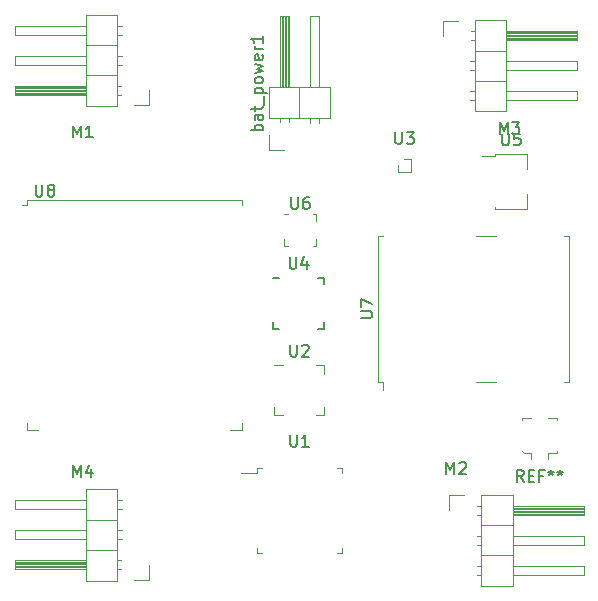
<source format=gbr>
%TF.GenerationSoftware,KiCad,Pcbnew,6.0.4*%
%TF.CreationDate,2022-04-20T20:25:44+02:00*%
%TF.ProjectId,main_pcb,6d61696e-5f70-4636-922e-6b696361645f,rev?*%
%TF.SameCoordinates,Original*%
%TF.FileFunction,Legend,Top*%
%TF.FilePolarity,Positive*%
%FSLAX46Y46*%
G04 Gerber Fmt 4.6, Leading zero omitted, Abs format (unit mm)*
G04 Created by KiCad (PCBNEW 6.0.4) date 2022-04-20 20:25:44*
%MOMM*%
%LPD*%
G01*
G04 APERTURE LIST*
%ADD10C,0.150000*%
%ADD11C,0.120000*%
G04 APERTURE END LIST*
D10*
%TO.C,bat_power1*%
X123912380Y-36421190D02*
X122912380Y-36421190D01*
X123293333Y-36421190D02*
X123245714Y-36325952D01*
X123245714Y-36135476D01*
X123293333Y-36040238D01*
X123340952Y-35992619D01*
X123436190Y-35945000D01*
X123721904Y-35945000D01*
X123817142Y-35992619D01*
X123864761Y-36040238D01*
X123912380Y-36135476D01*
X123912380Y-36325952D01*
X123864761Y-36421190D01*
X123912380Y-35087857D02*
X123388571Y-35087857D01*
X123293333Y-35135476D01*
X123245714Y-35230714D01*
X123245714Y-35421190D01*
X123293333Y-35516428D01*
X123864761Y-35087857D02*
X123912380Y-35183095D01*
X123912380Y-35421190D01*
X123864761Y-35516428D01*
X123769523Y-35564047D01*
X123674285Y-35564047D01*
X123579047Y-35516428D01*
X123531428Y-35421190D01*
X123531428Y-35183095D01*
X123483809Y-35087857D01*
X123245714Y-34754523D02*
X123245714Y-34373571D01*
X122912380Y-34611666D02*
X123769523Y-34611666D01*
X123864761Y-34564047D01*
X123912380Y-34468809D01*
X123912380Y-34373571D01*
X124007619Y-34278333D02*
X124007619Y-33516428D01*
X123245714Y-33278333D02*
X124245714Y-33278333D01*
X123293333Y-33278333D02*
X123245714Y-33183095D01*
X123245714Y-32992619D01*
X123293333Y-32897380D01*
X123340952Y-32849761D01*
X123436190Y-32802142D01*
X123721904Y-32802142D01*
X123817142Y-32849761D01*
X123864761Y-32897380D01*
X123912380Y-32992619D01*
X123912380Y-33183095D01*
X123864761Y-33278333D01*
X123912380Y-32230714D02*
X123864761Y-32325952D01*
X123817142Y-32373571D01*
X123721904Y-32421190D01*
X123436190Y-32421190D01*
X123340952Y-32373571D01*
X123293333Y-32325952D01*
X123245714Y-32230714D01*
X123245714Y-32087857D01*
X123293333Y-31992619D01*
X123340952Y-31945000D01*
X123436190Y-31897380D01*
X123721904Y-31897380D01*
X123817142Y-31945000D01*
X123864761Y-31992619D01*
X123912380Y-32087857D01*
X123912380Y-32230714D01*
X123245714Y-31564047D02*
X123912380Y-31373571D01*
X123436190Y-31183095D01*
X123912380Y-30992619D01*
X123245714Y-30802142D01*
X123864761Y-30040238D02*
X123912380Y-30135476D01*
X123912380Y-30325952D01*
X123864761Y-30421190D01*
X123769523Y-30468809D01*
X123388571Y-30468809D01*
X123293333Y-30421190D01*
X123245714Y-30325952D01*
X123245714Y-30135476D01*
X123293333Y-30040238D01*
X123388571Y-29992619D01*
X123483809Y-29992619D01*
X123579047Y-30468809D01*
X123912380Y-29564047D02*
X123245714Y-29564047D01*
X123436190Y-29564047D02*
X123340952Y-29516428D01*
X123293333Y-29468809D01*
X123245714Y-29373571D01*
X123245714Y-29278333D01*
X123912380Y-28421190D02*
X123912380Y-28992619D01*
X123912380Y-28706904D02*
X122912380Y-28706904D01*
X123055238Y-28802142D01*
X123150476Y-28897380D01*
X123198095Y-28992619D01*
%TO.C,U2*%
X126238095Y-54572380D02*
X126238095Y-55381904D01*
X126285714Y-55477142D01*
X126333333Y-55524761D01*
X126428571Y-55572380D01*
X126619047Y-55572380D01*
X126714285Y-55524761D01*
X126761904Y-55477142D01*
X126809523Y-55381904D01*
X126809523Y-54572380D01*
X127238095Y-54667619D02*
X127285714Y-54620000D01*
X127380952Y-54572380D01*
X127619047Y-54572380D01*
X127714285Y-54620000D01*
X127761904Y-54667619D01*
X127809523Y-54762857D01*
X127809523Y-54858095D01*
X127761904Y-55000952D01*
X127190476Y-55572380D01*
X127809523Y-55572380D01*
%TO.C,M4*%
X107835476Y-65762380D02*
X107835476Y-64762380D01*
X108168809Y-65476666D01*
X108502142Y-64762380D01*
X108502142Y-65762380D01*
X109406904Y-65095714D02*
X109406904Y-65762380D01*
X109168809Y-64714761D02*
X108930714Y-65429047D01*
X109549761Y-65429047D01*
%TO.C,M3*%
X143975476Y-36742380D02*
X143975476Y-35742380D01*
X144308809Y-36456666D01*
X144642142Y-35742380D01*
X144642142Y-36742380D01*
X145023095Y-35742380D02*
X145642142Y-35742380D01*
X145308809Y-36123333D01*
X145451666Y-36123333D01*
X145546904Y-36170952D01*
X145594523Y-36218571D01*
X145642142Y-36313809D01*
X145642142Y-36551904D01*
X145594523Y-36647142D01*
X145546904Y-36694761D01*
X145451666Y-36742380D01*
X145165952Y-36742380D01*
X145070714Y-36694761D01*
X145023095Y-36647142D01*
%TO.C,M2*%
X139465476Y-65492380D02*
X139465476Y-64492380D01*
X139798809Y-65206666D01*
X140132142Y-64492380D01*
X140132142Y-65492380D01*
X140560714Y-64587619D02*
X140608333Y-64540000D01*
X140703571Y-64492380D01*
X140941666Y-64492380D01*
X141036904Y-64540000D01*
X141084523Y-64587619D01*
X141132142Y-64682857D01*
X141132142Y-64778095D01*
X141084523Y-64920952D01*
X140513095Y-65492380D01*
X141132142Y-65492380D01*
%TO.C,M1*%
X107835476Y-37012380D02*
X107835476Y-36012380D01*
X108168809Y-36726666D01*
X108502142Y-36012380D01*
X108502142Y-37012380D01*
X109502142Y-37012380D02*
X108930714Y-37012380D01*
X109216428Y-37012380D02*
X109216428Y-36012380D01*
X109121190Y-36155238D01*
X109025952Y-36250476D01*
X108930714Y-36298095D01*
%TO.C,U8*%
X104688095Y-41022380D02*
X104688095Y-41831904D01*
X104735714Y-41927142D01*
X104783333Y-41974761D01*
X104878571Y-42022380D01*
X105069047Y-42022380D01*
X105164285Y-41974761D01*
X105211904Y-41927142D01*
X105259523Y-41831904D01*
X105259523Y-41022380D01*
X105878571Y-41450952D02*
X105783333Y-41403333D01*
X105735714Y-41355714D01*
X105688095Y-41260476D01*
X105688095Y-41212857D01*
X105735714Y-41117619D01*
X105783333Y-41070000D01*
X105878571Y-41022380D01*
X106069047Y-41022380D01*
X106164285Y-41070000D01*
X106211904Y-41117619D01*
X106259523Y-41212857D01*
X106259523Y-41260476D01*
X106211904Y-41355714D01*
X106164285Y-41403333D01*
X106069047Y-41450952D01*
X105878571Y-41450952D01*
X105783333Y-41498571D01*
X105735714Y-41546190D01*
X105688095Y-41641428D01*
X105688095Y-41831904D01*
X105735714Y-41927142D01*
X105783333Y-41974761D01*
X105878571Y-42022380D01*
X106069047Y-42022380D01*
X106164285Y-41974761D01*
X106211904Y-41927142D01*
X106259523Y-41831904D01*
X106259523Y-41641428D01*
X106211904Y-41546190D01*
X106164285Y-41498571D01*
X106069047Y-41450952D01*
%TO.C,U4*%
X126188095Y-47127380D02*
X126188095Y-47936904D01*
X126235714Y-48032142D01*
X126283333Y-48079761D01*
X126378571Y-48127380D01*
X126569047Y-48127380D01*
X126664285Y-48079761D01*
X126711904Y-48032142D01*
X126759523Y-47936904D01*
X126759523Y-47127380D01*
X127664285Y-47460714D02*
X127664285Y-48127380D01*
X127426190Y-47079761D02*
X127188095Y-47794047D01*
X127807142Y-47794047D01*
%TO.C,REF\u002A\u002A*%
X145986666Y-66182380D02*
X145653333Y-65706190D01*
X145415238Y-66182380D02*
X145415238Y-65182380D01*
X145796190Y-65182380D01*
X145891428Y-65230000D01*
X145939047Y-65277619D01*
X145986666Y-65372857D01*
X145986666Y-65515714D01*
X145939047Y-65610952D01*
X145891428Y-65658571D01*
X145796190Y-65706190D01*
X145415238Y-65706190D01*
X146415238Y-65658571D02*
X146748571Y-65658571D01*
X146891428Y-66182380D02*
X146415238Y-66182380D01*
X146415238Y-65182380D01*
X146891428Y-65182380D01*
X147653333Y-65658571D02*
X147320000Y-65658571D01*
X147320000Y-66182380D02*
X147320000Y-65182380D01*
X147796190Y-65182380D01*
X148320000Y-65182380D02*
X148320000Y-65420476D01*
X148081904Y-65325238D02*
X148320000Y-65420476D01*
X148558095Y-65325238D01*
X148177142Y-65610952D02*
X148320000Y-65420476D01*
X148462857Y-65610952D01*
X149081904Y-65182380D02*
X149081904Y-65420476D01*
X148843809Y-65325238D02*
X149081904Y-65420476D01*
X149320000Y-65325238D01*
X148939047Y-65610952D02*
X149081904Y-65420476D01*
X149224761Y-65610952D01*
%TO.C,U6*%
X126308095Y-42072380D02*
X126308095Y-42881904D01*
X126355714Y-42977142D01*
X126403333Y-43024761D01*
X126498571Y-43072380D01*
X126689047Y-43072380D01*
X126784285Y-43024761D01*
X126831904Y-42977142D01*
X126879523Y-42881904D01*
X126879523Y-42072380D01*
X127784285Y-42072380D02*
X127593809Y-42072380D01*
X127498571Y-42120000D01*
X127450952Y-42167619D01*
X127355714Y-42310476D01*
X127308095Y-42500952D01*
X127308095Y-42881904D01*
X127355714Y-42977142D01*
X127403333Y-43024761D01*
X127498571Y-43072380D01*
X127689047Y-43072380D01*
X127784285Y-43024761D01*
X127831904Y-42977142D01*
X127879523Y-42881904D01*
X127879523Y-42643809D01*
X127831904Y-42548571D01*
X127784285Y-42500952D01*
X127689047Y-42453333D01*
X127498571Y-42453333D01*
X127403333Y-42500952D01*
X127355714Y-42548571D01*
X127308095Y-42643809D01*
%TO.C,U1*%
X126238095Y-62182380D02*
X126238095Y-62991904D01*
X126285714Y-63087142D01*
X126333333Y-63134761D01*
X126428571Y-63182380D01*
X126619047Y-63182380D01*
X126714285Y-63134761D01*
X126761904Y-63087142D01*
X126809523Y-62991904D01*
X126809523Y-62182380D01*
X127809523Y-63182380D02*
X127238095Y-63182380D01*
X127523809Y-63182380D02*
X127523809Y-62182380D01*
X127428571Y-62325238D01*
X127333333Y-62420476D01*
X127238095Y-62468095D01*
%TO.C,U5*%
X144168095Y-36692380D02*
X144168095Y-37501904D01*
X144215714Y-37597142D01*
X144263333Y-37644761D01*
X144358571Y-37692380D01*
X144549047Y-37692380D01*
X144644285Y-37644761D01*
X144691904Y-37597142D01*
X144739523Y-37501904D01*
X144739523Y-36692380D01*
X145691904Y-36692380D02*
X145215714Y-36692380D01*
X145168095Y-37168571D01*
X145215714Y-37120952D01*
X145310952Y-37073333D01*
X145549047Y-37073333D01*
X145644285Y-37120952D01*
X145691904Y-37168571D01*
X145739523Y-37263809D01*
X145739523Y-37501904D01*
X145691904Y-37597142D01*
X145644285Y-37644761D01*
X145549047Y-37692380D01*
X145310952Y-37692380D01*
X145215714Y-37644761D01*
X145168095Y-37597142D01*
%TO.C,U7*%
X132192380Y-52301904D02*
X133001904Y-52301904D01*
X133097142Y-52254285D01*
X133144761Y-52206666D01*
X133192380Y-52111428D01*
X133192380Y-51920952D01*
X133144761Y-51825714D01*
X133097142Y-51778095D01*
X133001904Y-51730476D01*
X132192380Y-51730476D01*
X132192380Y-51349523D02*
X132192380Y-50682857D01*
X133192380Y-51111428D01*
%TO.C,U3*%
X135128095Y-36572380D02*
X135128095Y-37381904D01*
X135175714Y-37477142D01*
X135223333Y-37524761D01*
X135318571Y-37572380D01*
X135509047Y-37572380D01*
X135604285Y-37524761D01*
X135651904Y-37477142D01*
X135699523Y-37381904D01*
X135699523Y-36572380D01*
X136080476Y-36572380D02*
X136699523Y-36572380D01*
X136366190Y-36953333D01*
X136509047Y-36953333D01*
X136604285Y-37000952D01*
X136651904Y-37048571D01*
X136699523Y-37143809D01*
X136699523Y-37381904D01*
X136651904Y-37477142D01*
X136604285Y-37524761D01*
X136509047Y-37572380D01*
X136223333Y-37572380D01*
X136128095Y-37524761D01*
X136080476Y-37477142D01*
D11*
%TO.C,bat_power1*%
X125890000Y-32730000D02*
X125890000Y-26730000D01*
X128650000Y-26730000D02*
X128650000Y-32730000D01*
X124460000Y-38100000D02*
X124460000Y-36830000D01*
X125650000Y-32730000D02*
X125650000Y-26730000D01*
X125350000Y-32730000D02*
X125350000Y-26730000D01*
X126110000Y-26730000D02*
X126110000Y-32730000D01*
X124400000Y-32730000D02*
X124400000Y-35390000D01*
X124400000Y-35390000D02*
X129600000Y-35390000D01*
X125530000Y-32730000D02*
X125530000Y-26730000D01*
X125350000Y-26730000D02*
X126110000Y-26730000D01*
X126010000Y-32730000D02*
X126010000Y-26730000D01*
X125410000Y-32730000D02*
X125410000Y-26730000D01*
X125730000Y-38100000D02*
X124460000Y-38100000D01*
X127000000Y-35390000D02*
X127000000Y-32730000D01*
X125770000Y-32730000D02*
X125770000Y-26730000D01*
X129600000Y-35390000D02*
X129600000Y-32730000D01*
X126110000Y-35720000D02*
X126110000Y-35390000D01*
X129600000Y-32730000D02*
X124400000Y-32730000D01*
X127890000Y-32730000D02*
X127890000Y-26730000D01*
X128650000Y-35787071D02*
X128650000Y-35390000D01*
X125350000Y-35720000D02*
X125350000Y-35390000D01*
X127890000Y-26730000D02*
X128650000Y-26730000D01*
X127890000Y-35787071D02*
X127890000Y-35390000D01*
%TO.C,U2*%
X124890000Y-60530000D02*
X124890000Y-59805000D01*
X125615000Y-56310000D02*
X124890000Y-56310000D01*
X129110000Y-56310000D02*
X129110000Y-57035000D01*
X129110000Y-60530000D02*
X129110000Y-59805000D01*
X128385000Y-56310000D02*
X129110000Y-56310000D01*
X128385000Y-60530000D02*
X129110000Y-60530000D01*
X125615000Y-60530000D02*
X124890000Y-60530000D01*
%TO.C,M4*%
X111590000Y-66790000D02*
X108930000Y-66790000D01*
X111987071Y-70280000D02*
X111590000Y-70280000D01*
X108930000Y-73040000D02*
X102930000Y-73040000D01*
X111590000Y-71930000D02*
X108930000Y-71930000D01*
X102930000Y-72820000D02*
X108930000Y-72820000D01*
X114300000Y-74470000D02*
X113030000Y-74470000D01*
X102930000Y-67740000D02*
X108930000Y-67740000D01*
X108930000Y-73520000D02*
X102930000Y-73520000D01*
X111590000Y-69390000D02*
X108930000Y-69390000D01*
X108930000Y-73280000D02*
X102930000Y-73280000D01*
X111590000Y-74530000D02*
X111590000Y-66790000D01*
X111987071Y-67740000D02*
X111590000Y-67740000D01*
X114300000Y-73200000D02*
X114300000Y-74470000D01*
X108930000Y-72920000D02*
X102930000Y-72920000D01*
X111987071Y-71040000D02*
X111590000Y-71040000D01*
X102930000Y-68500000D02*
X102930000Y-67740000D01*
X108930000Y-74530000D02*
X111590000Y-74530000D01*
X102930000Y-73580000D02*
X102930000Y-72820000D01*
X108930000Y-68500000D02*
X102930000Y-68500000D01*
X108930000Y-71040000D02*
X102930000Y-71040000D01*
X111920000Y-72820000D02*
X111590000Y-72820000D01*
X102930000Y-71040000D02*
X102930000Y-70280000D01*
X108930000Y-66790000D02*
X108930000Y-74530000D01*
X108930000Y-73580000D02*
X102930000Y-73580000D01*
X108930000Y-73160000D02*
X102930000Y-73160000D01*
X111987071Y-68500000D02*
X111590000Y-68500000D01*
X102930000Y-70280000D02*
X108930000Y-70280000D01*
X111920000Y-73580000D02*
X111590000Y-73580000D01*
X108930000Y-73400000D02*
X102930000Y-73400000D01*
%TO.C,M3*%
X144500000Y-28200000D02*
X150500000Y-28200000D01*
X141510000Y-28020000D02*
X141840000Y-28020000D01*
X150500000Y-31320000D02*
X144500000Y-31320000D01*
X141442929Y-33100000D02*
X141840000Y-33100000D01*
X144500000Y-28440000D02*
X150500000Y-28440000D01*
X144500000Y-28020000D02*
X150500000Y-28020000D01*
X144500000Y-34810000D02*
X144500000Y-27070000D01*
X150500000Y-30560000D02*
X150500000Y-31320000D01*
X141510000Y-28780000D02*
X141840000Y-28780000D01*
X144500000Y-30560000D02*
X150500000Y-30560000D01*
X144500000Y-33100000D02*
X150500000Y-33100000D01*
X150500000Y-28020000D02*
X150500000Y-28780000D01*
X144500000Y-27070000D02*
X141840000Y-27070000D01*
X150500000Y-33100000D02*
X150500000Y-33860000D01*
X141442929Y-30560000D02*
X141840000Y-30560000D01*
X144500000Y-28680000D02*
X150500000Y-28680000D01*
X139130000Y-28400000D02*
X139130000Y-27130000D01*
X141442929Y-33860000D02*
X141840000Y-33860000D01*
X141840000Y-27070000D02*
X141840000Y-34810000D01*
X144500000Y-28320000D02*
X150500000Y-28320000D01*
X141840000Y-32210000D02*
X144500000Y-32210000D01*
X144500000Y-28080000D02*
X150500000Y-28080000D01*
X150500000Y-33860000D02*
X144500000Y-33860000D01*
X139130000Y-27130000D02*
X140400000Y-27130000D01*
X150500000Y-28780000D02*
X144500000Y-28780000D01*
X141840000Y-29670000D02*
X144500000Y-29670000D01*
X144500000Y-28560000D02*
X150500000Y-28560000D01*
X141442929Y-31320000D02*
X141840000Y-31320000D01*
X141840000Y-34810000D02*
X144500000Y-34810000D01*
%TO.C,M2*%
X142410000Y-74990000D02*
X145070000Y-74990000D01*
X142012929Y-71500000D02*
X142410000Y-71500000D01*
X145070000Y-68740000D02*
X151070000Y-68740000D01*
X142410000Y-69850000D02*
X145070000Y-69850000D01*
X151070000Y-68960000D02*
X145070000Y-68960000D01*
X139700000Y-67310000D02*
X140970000Y-67310000D01*
X151070000Y-74040000D02*
X145070000Y-74040000D01*
X145070000Y-68260000D02*
X151070000Y-68260000D01*
X142410000Y-72390000D02*
X145070000Y-72390000D01*
X145070000Y-68500000D02*
X151070000Y-68500000D01*
X142410000Y-67250000D02*
X142410000Y-74990000D01*
X142012929Y-74040000D02*
X142410000Y-74040000D01*
X139700000Y-68580000D02*
X139700000Y-67310000D01*
X145070000Y-68860000D02*
X151070000Y-68860000D01*
X142012929Y-70740000D02*
X142410000Y-70740000D01*
X151070000Y-73280000D02*
X151070000Y-74040000D01*
X145070000Y-67250000D02*
X142410000Y-67250000D01*
X151070000Y-68200000D02*
X151070000Y-68960000D01*
X145070000Y-73280000D02*
X151070000Y-73280000D01*
X145070000Y-70740000D02*
X151070000Y-70740000D01*
X142080000Y-68960000D02*
X142410000Y-68960000D01*
X151070000Y-70740000D02*
X151070000Y-71500000D01*
X145070000Y-74990000D02*
X145070000Y-67250000D01*
X145070000Y-68200000D02*
X151070000Y-68200000D01*
X145070000Y-68620000D02*
X151070000Y-68620000D01*
X142012929Y-73280000D02*
X142410000Y-73280000D01*
X151070000Y-71500000D02*
X145070000Y-71500000D01*
X142080000Y-68200000D02*
X142410000Y-68200000D01*
X145070000Y-68380000D02*
X151070000Y-68380000D01*
%TO.C,M1*%
X111590000Y-26610000D02*
X108930000Y-26610000D01*
X111987071Y-30100000D02*
X111590000Y-30100000D01*
X108930000Y-32860000D02*
X102930000Y-32860000D01*
X111590000Y-31750000D02*
X108930000Y-31750000D01*
X102930000Y-32640000D02*
X108930000Y-32640000D01*
X114300000Y-34290000D02*
X113030000Y-34290000D01*
X102930000Y-27560000D02*
X108930000Y-27560000D01*
X108930000Y-33340000D02*
X102930000Y-33340000D01*
X111590000Y-29210000D02*
X108930000Y-29210000D01*
X108930000Y-33100000D02*
X102930000Y-33100000D01*
X111590000Y-34350000D02*
X111590000Y-26610000D01*
X111987071Y-27560000D02*
X111590000Y-27560000D01*
X114300000Y-33020000D02*
X114300000Y-34290000D01*
X108930000Y-32740000D02*
X102930000Y-32740000D01*
X111987071Y-30860000D02*
X111590000Y-30860000D01*
X102930000Y-28320000D02*
X102930000Y-27560000D01*
X108930000Y-34350000D02*
X111590000Y-34350000D01*
X102930000Y-33400000D02*
X102930000Y-32640000D01*
X108930000Y-28320000D02*
X102930000Y-28320000D01*
X108930000Y-30860000D02*
X102930000Y-30860000D01*
X111920000Y-32640000D02*
X111590000Y-32640000D01*
X102930000Y-30860000D02*
X102930000Y-30100000D01*
X108930000Y-26610000D02*
X108930000Y-34350000D01*
X108930000Y-33400000D02*
X102930000Y-33400000D01*
X108930000Y-32980000D02*
X102930000Y-32980000D01*
X111987071Y-28320000D02*
X111590000Y-28320000D01*
X102930000Y-30100000D02*
X108930000Y-30100000D01*
X111920000Y-33400000D02*
X111590000Y-33400000D01*
X108930000Y-33220000D02*
X102930000Y-33220000D01*
%TO.C,U8*%
X122150000Y-42350000D02*
X122150000Y-42770000D01*
X103910000Y-42350000D02*
X103910000Y-42770000D01*
X122150000Y-61790000D02*
X121150000Y-61790000D01*
X122150000Y-61170000D02*
X122150000Y-61790000D01*
X103910000Y-42770000D02*
X103530000Y-42770000D01*
X103910000Y-42350000D02*
X122150000Y-42350000D01*
X103910000Y-61790000D02*
X104910000Y-61790000D01*
X103910000Y-61170000D02*
X103910000Y-61790000D01*
D10*
%TO.C,U4*%
X124800000Y-48900000D02*
X125325000Y-48900000D01*
X129100000Y-48900000D02*
X128575000Y-48900000D01*
X129100000Y-48900000D02*
X129100000Y-49425000D01*
X124800000Y-53200000D02*
X125325000Y-53200000D01*
X129100000Y-53200000D02*
X129100000Y-52675000D01*
X129100000Y-53200000D02*
X128575000Y-53200000D01*
X124800000Y-53200000D02*
X124800000Y-52675000D01*
D11*
%TO.C,REF\u002A\u002A*%
X145820000Y-60730000D02*
X146620000Y-60730000D01*
X146620000Y-63730000D02*
X146620000Y-64230000D01*
X148820000Y-63530000D02*
X148820000Y-63730000D01*
X148820000Y-60730000D02*
X148820000Y-60930000D01*
X146620000Y-63730000D02*
X146020000Y-63730000D01*
X148820000Y-63730000D02*
X148020000Y-63730000D01*
X148020000Y-63730000D02*
X148020000Y-64230000D01*
X148020000Y-60730000D02*
X148820000Y-60730000D01*
X146020000Y-63730000D02*
X145820000Y-63530000D01*
X145820000Y-60930000D02*
X145820000Y-60730000D01*
%TO.C,U6*%
X128130000Y-46180000D02*
X128430000Y-46180000D01*
X128430000Y-43460000D02*
X128430000Y-44060000D01*
X126010000Y-43460000D02*
X125710000Y-43460000D01*
X128430000Y-46180000D02*
X128430000Y-45580000D01*
X126010000Y-46180000D02*
X125710000Y-46180000D01*
X128130000Y-43460000D02*
X128430000Y-43460000D01*
X125710000Y-46180000D02*
X125710000Y-45580000D01*
%TO.C,U1*%
X123840000Y-64970000D02*
X123390000Y-64970000D01*
X123840000Y-72190000D02*
X123390000Y-72190000D01*
X130610000Y-72190000D02*
X130610000Y-71740000D01*
X123390000Y-64970000D02*
X123390000Y-65420000D01*
X130160000Y-72190000D02*
X130610000Y-72190000D01*
X123390000Y-65420000D02*
X122100000Y-65420000D01*
X123390000Y-72190000D02*
X123390000Y-71740000D01*
X130160000Y-64970000D02*
X130610000Y-64970000D01*
X130610000Y-64970000D02*
X130610000Y-65420000D01*
%TO.C,U5*%
X146290000Y-43100000D02*
X143570000Y-43100000D01*
X142430000Y-38610000D02*
X143570000Y-38610000D01*
X146290000Y-41790000D02*
X146290000Y-43100000D01*
X143570000Y-43100000D02*
X143570000Y-42870000D01*
X146290000Y-38380000D02*
X146290000Y-39690000D01*
X143570000Y-38380000D02*
X143570000Y-38610000D01*
X143570000Y-38380000D02*
X146290000Y-38380000D01*
%TO.C,U7*%
X149850000Y-57750000D02*
X149850000Y-45330000D01*
X142000000Y-57750000D02*
X143680000Y-57750000D01*
X133630000Y-57750000D02*
X134080000Y-57750000D01*
X142000000Y-45330000D02*
X143680000Y-45330000D01*
X133630000Y-57750000D02*
X133630000Y-45330000D01*
X133630000Y-45330000D02*
X134080000Y-45330000D01*
X134080000Y-58440000D02*
X134080000Y-57750000D01*
X149400000Y-57750000D02*
X149850000Y-57750000D01*
X149400000Y-45330000D02*
X149840000Y-45330000D01*
%TO.C,U3*%
X136430000Y-38830000D02*
X135890000Y-38830000D01*
X135350000Y-39370000D02*
X135350000Y-39910000D01*
X136430000Y-39910000D02*
X136430000Y-38830000D01*
X135350000Y-39910000D02*
X136430000Y-39910000D01*
%TD*%
M02*

</source>
